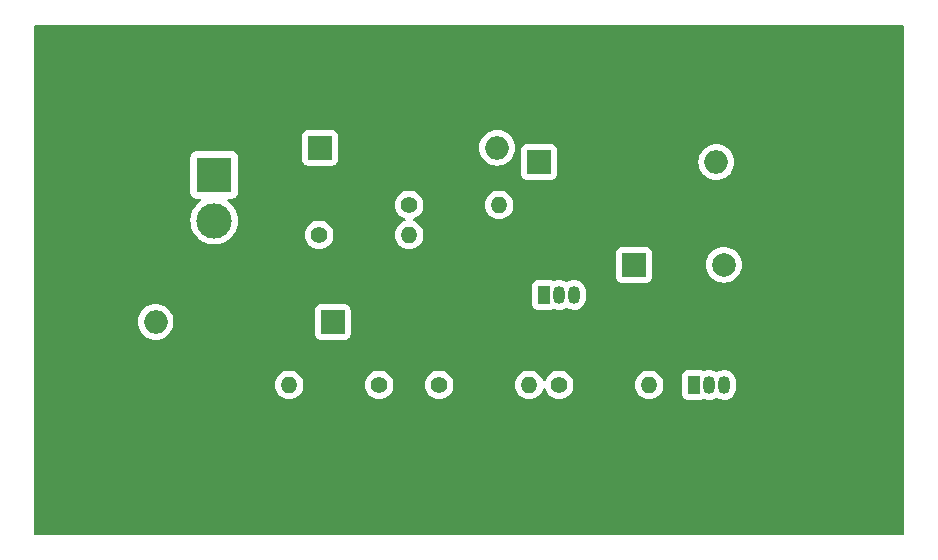
<source format=gbr>
%TF.GenerationSoftware,KiCad,Pcbnew,(6.0.4)*%
%TF.CreationDate,2022-06-15T15:41:16+05:30*%
%TF.ProjectId,subiksha batch,73756269-6b73-4686-9120-62617463682e,rev?*%
%TF.SameCoordinates,Original*%
%TF.FileFunction,Copper,L2,Bot*%
%TF.FilePolarity,Positive*%
%FSLAX46Y46*%
G04 Gerber Fmt 4.6, Leading zero omitted, Abs format (unit mm)*
G04 Created by KiCad (PCBNEW (6.0.4)) date 2022-06-15 15:41:16*
%MOMM*%
%LPD*%
G01*
G04 APERTURE LIST*
%TA.AperFunction,ComponentPad*%
%ADD10R,1.050000X1.500000*%
%TD*%
%TA.AperFunction,ComponentPad*%
%ADD11O,1.050000X1.500000*%
%TD*%
%TA.AperFunction,ComponentPad*%
%ADD12C,1.400000*%
%TD*%
%TA.AperFunction,ComponentPad*%
%ADD13O,1.400000X1.400000*%
%TD*%
%TA.AperFunction,ComponentPad*%
%ADD14R,2.000000X2.000000*%
%TD*%
%TA.AperFunction,ComponentPad*%
%ADD15C,2.000000*%
%TD*%
%TA.AperFunction,ComponentPad*%
%ADD16R,3.000000X3.000000*%
%TD*%
%TA.AperFunction,ComponentPad*%
%ADD17C,3.000000*%
%TD*%
%TA.AperFunction,ComponentPad*%
%ADD18O,2.000000X2.000000*%
%TD*%
G04 APERTURE END LIST*
D10*
%TO.P,Q2,1,C*%
%TO.N,Net-(BZ1-Pad2)*%
X170180000Y-101600000D03*
D11*
%TO.P,Q2,2,B*%
%TO.N,Net-(R5-Pad2)*%
X171450000Y-101600000D03*
%TO.P,Q2,3,E*%
%TO.N,GND*%
X172720000Y-101600000D03*
%TD*%
D12*
%TO.P,R3,1*%
%TO.N,Net-(R3-Pad1)*%
X143510000Y-101600000D03*
D13*
%TO.P,R3,2*%
%TO.N,Net-(R3-Pad2)*%
X135890000Y-101600000D03*
%TD*%
D12*
%TO.P,R4,1*%
%TO.N,Net-(J1-Pad2)*%
X138430000Y-88900000D03*
D13*
%TO.P,R4,2*%
%TO.N,GND*%
X146050000Y-88900000D03*
%TD*%
D14*
%TO.P,BZ1,1,-*%
%TO.N,VCC*%
X165100000Y-91440000D03*
D15*
%TO.P,BZ1,2,+*%
%TO.N,Net-(BZ1-Pad2)*%
X172700000Y-91440000D03*
%TD*%
D16*
%TO.P,J1,1,Pin_1*%
%TO.N,Net-(R2-Pad1)*%
X129540000Y-83820000D03*
D17*
%TO.P,J1,2,Pin_2*%
%TO.N,Net-(J1-Pad2)*%
X129540000Y-87700000D03*
%TD*%
D12*
%TO.P,R2,1*%
%TO.N,Net-(R2-Pad1)*%
X146050000Y-86360000D03*
D13*
%TO.P,R2,2*%
%TO.N,Net-(Q1-Pad2)*%
X153670000Y-86360000D03*
%TD*%
D14*
%TO.P,C3,1*%
%TO.N,Net-(R3-Pad2)*%
X139580000Y-96277500D03*
D18*
%TO.P,C3,2*%
%TO.N,GND*%
X124580000Y-96277500D03*
%TD*%
D12*
%TO.P,R1,1*%
%TO.N,VCC*%
X158750000Y-101600000D03*
D13*
%TO.P,R1,2*%
%TO.N,Net-(Q1-Pad2)*%
X166370000Y-101600000D03*
%TD*%
D12*
%TO.P,R5,1*%
%TO.N,Net-(R3-Pad1)*%
X148590000Y-101600000D03*
D13*
%TO.P,R5,2*%
%TO.N,Net-(R5-Pad2)*%
X156210000Y-101600000D03*
%TD*%
D10*
%TO.P,Q1,1,C*%
%TO.N,VCC*%
X157480000Y-93980000D03*
D11*
%TO.P,Q1,2,B*%
%TO.N,Net-(Q1-Pad2)*%
X158750000Y-93980000D03*
%TO.P,Q1,3,E*%
%TO.N,Net-(Q1-Pad3)*%
X160020000Y-93980000D03*
%TD*%
D14*
%TO.P,C2,1*%
%TO.N,Net-(C2-Pad1)*%
X157050000Y-82735000D03*
D18*
%TO.P,C2,2*%
%TO.N,GND*%
X172050000Y-82735000D03*
%TD*%
D14*
%TO.P,C1,1*%
%TO.N,Net-(R2-Pad1)*%
X138500000Y-81522500D03*
D18*
%TO.P,C1,2*%
%TO.N,GND*%
X153500000Y-81522500D03*
%TD*%
%TA.AperFunction,NonConductor*%
G36*
X187902121Y-71140002D02*
G01*
X187948614Y-71193658D01*
X187960000Y-71246000D01*
X187960000Y-114174000D01*
X187939998Y-114242121D01*
X187886342Y-114288614D01*
X187834000Y-114300000D01*
X114426000Y-114300000D01*
X114357879Y-114279998D01*
X114311386Y-114226342D01*
X114300000Y-114174000D01*
X114300000Y-101600000D01*
X134676884Y-101600000D01*
X134695314Y-101810655D01*
X134696738Y-101815968D01*
X134696738Y-101815970D01*
X134715686Y-101886683D01*
X134750044Y-102014910D01*
X134752366Y-102019891D01*
X134752367Y-102019892D01*
X134759317Y-102034795D01*
X134839411Y-102206558D01*
X134960699Y-102379776D01*
X135110224Y-102529301D01*
X135283442Y-102650589D01*
X135288420Y-102652910D01*
X135288423Y-102652912D01*
X135417842Y-102713261D01*
X135475090Y-102739956D01*
X135480398Y-102741378D01*
X135480400Y-102741379D01*
X135674030Y-102793262D01*
X135674032Y-102793262D01*
X135679345Y-102794686D01*
X135890000Y-102813116D01*
X136100655Y-102794686D01*
X136105968Y-102793262D01*
X136105970Y-102793262D01*
X136299600Y-102741379D01*
X136299602Y-102741378D01*
X136304910Y-102739956D01*
X136362158Y-102713261D01*
X136491577Y-102652912D01*
X136491580Y-102652910D01*
X136496558Y-102650589D01*
X136669776Y-102529301D01*
X136819301Y-102379776D01*
X136940589Y-102206558D01*
X137020684Y-102034795D01*
X137027633Y-102019892D01*
X137027634Y-102019891D01*
X137029956Y-102014910D01*
X137064315Y-101886683D01*
X137083262Y-101815970D01*
X137083262Y-101815968D01*
X137084686Y-101810655D01*
X137103116Y-101600000D01*
X142296884Y-101600000D01*
X142315314Y-101810655D01*
X142316738Y-101815968D01*
X142316738Y-101815970D01*
X142335686Y-101886683D01*
X142370044Y-102014910D01*
X142372366Y-102019891D01*
X142372367Y-102019892D01*
X142379317Y-102034795D01*
X142459411Y-102206558D01*
X142580699Y-102379776D01*
X142730224Y-102529301D01*
X142903442Y-102650589D01*
X142908420Y-102652910D01*
X142908423Y-102652912D01*
X143037842Y-102713261D01*
X143095090Y-102739956D01*
X143100398Y-102741378D01*
X143100400Y-102741379D01*
X143294030Y-102793262D01*
X143294032Y-102793262D01*
X143299345Y-102794686D01*
X143510000Y-102813116D01*
X143720655Y-102794686D01*
X143725968Y-102793262D01*
X143725970Y-102793262D01*
X143919600Y-102741379D01*
X143919602Y-102741378D01*
X143924910Y-102739956D01*
X143982158Y-102713261D01*
X144111577Y-102652912D01*
X144111580Y-102652910D01*
X144116558Y-102650589D01*
X144289776Y-102529301D01*
X144439301Y-102379776D01*
X144560589Y-102206558D01*
X144640684Y-102034795D01*
X144647633Y-102019892D01*
X144647634Y-102019891D01*
X144649956Y-102014910D01*
X144684315Y-101886683D01*
X144703262Y-101815970D01*
X144703262Y-101815968D01*
X144704686Y-101810655D01*
X144723116Y-101600000D01*
X147376884Y-101600000D01*
X147395314Y-101810655D01*
X147396738Y-101815968D01*
X147396738Y-101815970D01*
X147415686Y-101886683D01*
X147450044Y-102014910D01*
X147452366Y-102019891D01*
X147452367Y-102019892D01*
X147459317Y-102034795D01*
X147539411Y-102206558D01*
X147660699Y-102379776D01*
X147810224Y-102529301D01*
X147983442Y-102650589D01*
X147988420Y-102652910D01*
X147988423Y-102652912D01*
X148117842Y-102713261D01*
X148175090Y-102739956D01*
X148180398Y-102741378D01*
X148180400Y-102741379D01*
X148374030Y-102793262D01*
X148374032Y-102793262D01*
X148379345Y-102794686D01*
X148590000Y-102813116D01*
X148800655Y-102794686D01*
X148805968Y-102793262D01*
X148805970Y-102793262D01*
X148999600Y-102741379D01*
X148999602Y-102741378D01*
X149004910Y-102739956D01*
X149062158Y-102713261D01*
X149191577Y-102652912D01*
X149191580Y-102652910D01*
X149196558Y-102650589D01*
X149369776Y-102529301D01*
X149519301Y-102379776D01*
X149640589Y-102206558D01*
X149720684Y-102034795D01*
X149727633Y-102019892D01*
X149727634Y-102019891D01*
X149729956Y-102014910D01*
X149764315Y-101886683D01*
X149783262Y-101815970D01*
X149783262Y-101815968D01*
X149784686Y-101810655D01*
X149803116Y-101600000D01*
X154996884Y-101600000D01*
X155015314Y-101810655D01*
X155016738Y-101815968D01*
X155016738Y-101815970D01*
X155035686Y-101886683D01*
X155070044Y-102014910D01*
X155072366Y-102019891D01*
X155072367Y-102019892D01*
X155079317Y-102034795D01*
X155159411Y-102206558D01*
X155280699Y-102379776D01*
X155430224Y-102529301D01*
X155603442Y-102650589D01*
X155608420Y-102652910D01*
X155608423Y-102652912D01*
X155737842Y-102713261D01*
X155795090Y-102739956D01*
X155800398Y-102741378D01*
X155800400Y-102741379D01*
X155994030Y-102793262D01*
X155994032Y-102793262D01*
X155999345Y-102794686D01*
X156210000Y-102813116D01*
X156420655Y-102794686D01*
X156425968Y-102793262D01*
X156425970Y-102793262D01*
X156619600Y-102741379D01*
X156619602Y-102741378D01*
X156624910Y-102739956D01*
X156682158Y-102713261D01*
X156811577Y-102652912D01*
X156811580Y-102652910D01*
X156816558Y-102650589D01*
X156989776Y-102529301D01*
X157139301Y-102379776D01*
X157260589Y-102206558D01*
X157340684Y-102034795D01*
X157347633Y-102019892D01*
X157347634Y-102019891D01*
X157349956Y-102014910D01*
X157358293Y-101983796D01*
X157395245Y-101923173D01*
X157459106Y-101892152D01*
X157529600Y-101900580D01*
X157584347Y-101945783D01*
X157601707Y-101983796D01*
X157610044Y-102014910D01*
X157612366Y-102019891D01*
X157612367Y-102019892D01*
X157619317Y-102034795D01*
X157699411Y-102206558D01*
X157820699Y-102379776D01*
X157970224Y-102529301D01*
X158143442Y-102650589D01*
X158148420Y-102652910D01*
X158148423Y-102652912D01*
X158277842Y-102713261D01*
X158335090Y-102739956D01*
X158340398Y-102741378D01*
X158340400Y-102741379D01*
X158534030Y-102793262D01*
X158534032Y-102793262D01*
X158539345Y-102794686D01*
X158750000Y-102813116D01*
X158960655Y-102794686D01*
X158965968Y-102793262D01*
X158965970Y-102793262D01*
X159159600Y-102741379D01*
X159159602Y-102741378D01*
X159164910Y-102739956D01*
X159222158Y-102713261D01*
X159351577Y-102652912D01*
X159351580Y-102652910D01*
X159356558Y-102650589D01*
X159529776Y-102529301D01*
X159679301Y-102379776D01*
X159800589Y-102206558D01*
X159880684Y-102034795D01*
X159887633Y-102019892D01*
X159887634Y-102019891D01*
X159889956Y-102014910D01*
X159924315Y-101886683D01*
X159943262Y-101815970D01*
X159943262Y-101815968D01*
X159944686Y-101810655D01*
X159963116Y-101600000D01*
X165156884Y-101600000D01*
X165175314Y-101810655D01*
X165176738Y-101815968D01*
X165176738Y-101815970D01*
X165195686Y-101886683D01*
X165230044Y-102014910D01*
X165232366Y-102019891D01*
X165232367Y-102019892D01*
X165239317Y-102034795D01*
X165319411Y-102206558D01*
X165440699Y-102379776D01*
X165590224Y-102529301D01*
X165763442Y-102650589D01*
X165768420Y-102652910D01*
X165768423Y-102652912D01*
X165897842Y-102713261D01*
X165955090Y-102739956D01*
X165960398Y-102741378D01*
X165960400Y-102741379D01*
X166154030Y-102793262D01*
X166154032Y-102793262D01*
X166159345Y-102794686D01*
X166370000Y-102813116D01*
X166580655Y-102794686D01*
X166585968Y-102793262D01*
X166585970Y-102793262D01*
X166779600Y-102741379D01*
X166779602Y-102741378D01*
X166784910Y-102739956D01*
X166842158Y-102713261D01*
X166971577Y-102652912D01*
X166971580Y-102652910D01*
X166976558Y-102650589D01*
X167149776Y-102529301D01*
X167280943Y-102398134D01*
X169146500Y-102398134D01*
X169153255Y-102460316D01*
X169204385Y-102596705D01*
X169291739Y-102713261D01*
X169408295Y-102800615D01*
X169544684Y-102851745D01*
X169606866Y-102858500D01*
X170753134Y-102858500D01*
X170815316Y-102851745D01*
X170856623Y-102836260D01*
X170943296Y-102803768D01*
X170943299Y-102803766D01*
X170951705Y-102800615D01*
X170958894Y-102795227D01*
X170959137Y-102795094D01*
X171028494Y-102779924D01*
X171056907Y-102785248D01*
X171241180Y-102842290D01*
X171247305Y-102842934D01*
X171247306Y-102842934D01*
X171436622Y-102862832D01*
X171436623Y-102862832D01*
X171442750Y-102863476D01*
X171526014Y-102855898D01*
X171638457Y-102845665D01*
X171638460Y-102845664D01*
X171644596Y-102845106D01*
X171650502Y-102843368D01*
X171650506Y-102843367D01*
X171814521Y-102795094D01*
X171839029Y-102787881D01*
X171844486Y-102785028D01*
X171844489Y-102785027D01*
X171981765Y-102713261D01*
X172018460Y-102694077D01*
X172018462Y-102694077D01*
X172018645Y-102693981D01*
X172018663Y-102694016D01*
X172084441Y-102674111D01*
X172145409Y-102689271D01*
X172317565Y-102782356D01*
X172386733Y-102803767D01*
X172505293Y-102840468D01*
X172505296Y-102840469D01*
X172511180Y-102842290D01*
X172517305Y-102842934D01*
X172517306Y-102842934D01*
X172706622Y-102862832D01*
X172706623Y-102862832D01*
X172712750Y-102863476D01*
X172796014Y-102855898D01*
X172908457Y-102845665D01*
X172908460Y-102845664D01*
X172914596Y-102845106D01*
X172920502Y-102843368D01*
X172920506Y-102843367D01*
X173084521Y-102795094D01*
X173109029Y-102787881D01*
X173114486Y-102785028D01*
X173114489Y-102785027D01*
X173251765Y-102713261D01*
X173288645Y-102693981D01*
X173446601Y-102566981D01*
X173576881Y-102411719D01*
X173579845Y-102406327D01*
X173579848Y-102406323D01*
X173671556Y-102239506D01*
X173674523Y-102234109D01*
X173735807Y-102040916D01*
X173738166Y-102019892D01*
X173749014Y-101923173D01*
X173753500Y-101883183D01*
X173753500Y-101323996D01*
X173738723Y-101173287D01*
X173680142Y-100979258D01*
X173584990Y-100800302D01*
X173456890Y-100643237D01*
X173418772Y-100611703D01*
X173305472Y-100517973D01*
X173305469Y-100517971D01*
X173300722Y-100514044D01*
X173122435Y-100417644D01*
X173023066Y-100386884D01*
X172934707Y-100359532D01*
X172934704Y-100359531D01*
X172928820Y-100357710D01*
X172922695Y-100357066D01*
X172922694Y-100357066D01*
X172733378Y-100337168D01*
X172733377Y-100337168D01*
X172727250Y-100336524D01*
X172643986Y-100344102D01*
X172531543Y-100354335D01*
X172531540Y-100354336D01*
X172525404Y-100354894D01*
X172519498Y-100356632D01*
X172519494Y-100356633D01*
X172415084Y-100387363D01*
X172330971Y-100412119D01*
X172325514Y-100414972D01*
X172325511Y-100414973D01*
X172242020Y-100458621D01*
X172151540Y-100505923D01*
X172151538Y-100505923D01*
X172151355Y-100506019D01*
X172151337Y-100505984D01*
X172085559Y-100525889D01*
X172024591Y-100510729D01*
X172015815Y-100505984D01*
X171852435Y-100417644D01*
X171753066Y-100386884D01*
X171664707Y-100359532D01*
X171664704Y-100359531D01*
X171658820Y-100357710D01*
X171652695Y-100357066D01*
X171652694Y-100357066D01*
X171463378Y-100337168D01*
X171463377Y-100337168D01*
X171457250Y-100336524D01*
X171373986Y-100344102D01*
X171261543Y-100354335D01*
X171261540Y-100354336D01*
X171255404Y-100354894D01*
X171249498Y-100356632D01*
X171249494Y-100356633D01*
X171066879Y-100410380D01*
X171066877Y-100410381D01*
X171065493Y-100410788D01*
X171060971Y-100412119D01*
X171060718Y-100411260D01*
X170995338Y-100417714D01*
X170958594Y-100404548D01*
X170951705Y-100399385D01*
X170943304Y-100396236D01*
X170943301Y-100396234D01*
X170831534Y-100354335D01*
X170815316Y-100348255D01*
X170753134Y-100341500D01*
X169606866Y-100341500D01*
X169544684Y-100348255D01*
X169408295Y-100399385D01*
X169291739Y-100486739D01*
X169204385Y-100603295D01*
X169153255Y-100739684D01*
X169146500Y-100801866D01*
X169146500Y-102398134D01*
X167280943Y-102398134D01*
X167299301Y-102379776D01*
X167420589Y-102206558D01*
X167500684Y-102034795D01*
X167507633Y-102019892D01*
X167507634Y-102019891D01*
X167509956Y-102014910D01*
X167544315Y-101886683D01*
X167563262Y-101815970D01*
X167563262Y-101815968D01*
X167564686Y-101810655D01*
X167583116Y-101600000D01*
X167564686Y-101389345D01*
X167509956Y-101185090D01*
X167420589Y-100993442D01*
X167299301Y-100820224D01*
X167149776Y-100670699D01*
X166976558Y-100549411D01*
X166971580Y-100547090D01*
X166971577Y-100547088D01*
X166789892Y-100462367D01*
X166789891Y-100462366D01*
X166784910Y-100460044D01*
X166779602Y-100458622D01*
X166779600Y-100458621D01*
X166585970Y-100406738D01*
X166585968Y-100406738D01*
X166580655Y-100405314D01*
X166370000Y-100386884D01*
X166159345Y-100405314D01*
X166154032Y-100406738D01*
X166154030Y-100406738D01*
X165960400Y-100458621D01*
X165960398Y-100458622D01*
X165955090Y-100460044D01*
X165950109Y-100462366D01*
X165950108Y-100462367D01*
X165768423Y-100547088D01*
X165768420Y-100547090D01*
X165763442Y-100549411D01*
X165590224Y-100670699D01*
X165440699Y-100820224D01*
X165319411Y-100993442D01*
X165230044Y-101185090D01*
X165175314Y-101389345D01*
X165156884Y-101600000D01*
X159963116Y-101600000D01*
X159944686Y-101389345D01*
X159889956Y-101185090D01*
X159800589Y-100993442D01*
X159679301Y-100820224D01*
X159529776Y-100670699D01*
X159356558Y-100549411D01*
X159351580Y-100547090D01*
X159351577Y-100547088D01*
X159169892Y-100462367D01*
X159169891Y-100462366D01*
X159164910Y-100460044D01*
X159159602Y-100458622D01*
X159159600Y-100458621D01*
X158965970Y-100406738D01*
X158965968Y-100406738D01*
X158960655Y-100405314D01*
X158750000Y-100386884D01*
X158539345Y-100405314D01*
X158534032Y-100406738D01*
X158534030Y-100406738D01*
X158340400Y-100458621D01*
X158340398Y-100458622D01*
X158335090Y-100460044D01*
X158330109Y-100462366D01*
X158330108Y-100462367D01*
X158148423Y-100547088D01*
X158148420Y-100547090D01*
X158143442Y-100549411D01*
X157970224Y-100670699D01*
X157820699Y-100820224D01*
X157699411Y-100993442D01*
X157610044Y-101185090D01*
X157608622Y-101190398D01*
X157608621Y-101190400D01*
X157601707Y-101216204D01*
X157564755Y-101276827D01*
X157500894Y-101307848D01*
X157430400Y-101299420D01*
X157375653Y-101254217D01*
X157358293Y-101216204D01*
X157351379Y-101190400D01*
X157351378Y-101190398D01*
X157349956Y-101185090D01*
X157260589Y-100993442D01*
X157139301Y-100820224D01*
X156989776Y-100670699D01*
X156816558Y-100549411D01*
X156811580Y-100547090D01*
X156811577Y-100547088D01*
X156629892Y-100462367D01*
X156629891Y-100462366D01*
X156624910Y-100460044D01*
X156619602Y-100458622D01*
X156619600Y-100458621D01*
X156425970Y-100406738D01*
X156425968Y-100406738D01*
X156420655Y-100405314D01*
X156210000Y-100386884D01*
X155999345Y-100405314D01*
X155994032Y-100406738D01*
X155994030Y-100406738D01*
X155800400Y-100458621D01*
X155800398Y-100458622D01*
X155795090Y-100460044D01*
X155790109Y-100462366D01*
X155790108Y-100462367D01*
X155608423Y-100547088D01*
X155608420Y-100547090D01*
X155603442Y-100549411D01*
X155430224Y-100670699D01*
X155280699Y-100820224D01*
X155159411Y-100993442D01*
X155070044Y-101185090D01*
X155015314Y-101389345D01*
X154996884Y-101600000D01*
X149803116Y-101600000D01*
X149784686Y-101389345D01*
X149729956Y-101185090D01*
X149640589Y-100993442D01*
X149519301Y-100820224D01*
X149369776Y-100670699D01*
X149196558Y-100549411D01*
X149191580Y-100547090D01*
X149191577Y-100547088D01*
X149009892Y-100462367D01*
X149009891Y-100462366D01*
X149004910Y-100460044D01*
X148999602Y-100458622D01*
X148999600Y-100458621D01*
X148805970Y-100406738D01*
X148805968Y-100406738D01*
X148800655Y-100405314D01*
X148590000Y-100386884D01*
X148379345Y-100405314D01*
X148374032Y-100406738D01*
X148374030Y-100406738D01*
X148180400Y-100458621D01*
X148180398Y-100458622D01*
X148175090Y-100460044D01*
X148170109Y-100462366D01*
X148170108Y-100462367D01*
X147988423Y-100547088D01*
X147988420Y-100547090D01*
X147983442Y-100549411D01*
X147810224Y-100670699D01*
X147660699Y-100820224D01*
X147539411Y-100993442D01*
X147450044Y-101185090D01*
X147395314Y-101389345D01*
X147376884Y-101600000D01*
X144723116Y-101600000D01*
X144704686Y-101389345D01*
X144649956Y-101185090D01*
X144560589Y-100993442D01*
X144439301Y-100820224D01*
X144289776Y-100670699D01*
X144116558Y-100549411D01*
X144111580Y-100547090D01*
X144111577Y-100547088D01*
X143929892Y-100462367D01*
X143929891Y-100462366D01*
X143924910Y-100460044D01*
X143919602Y-100458622D01*
X143919600Y-100458621D01*
X143725970Y-100406738D01*
X143725968Y-100406738D01*
X143720655Y-100405314D01*
X143510000Y-100386884D01*
X143299345Y-100405314D01*
X143294032Y-100406738D01*
X143294030Y-100406738D01*
X143100400Y-100458621D01*
X143100398Y-100458622D01*
X143095090Y-100460044D01*
X143090109Y-100462366D01*
X143090108Y-100462367D01*
X142908423Y-100547088D01*
X142908420Y-100547090D01*
X142903442Y-100549411D01*
X142730224Y-100670699D01*
X142580699Y-100820224D01*
X142459411Y-100993442D01*
X142370044Y-101185090D01*
X142315314Y-101389345D01*
X142296884Y-101600000D01*
X137103116Y-101600000D01*
X137084686Y-101389345D01*
X137029956Y-101185090D01*
X136940589Y-100993442D01*
X136819301Y-100820224D01*
X136669776Y-100670699D01*
X136496558Y-100549411D01*
X136491580Y-100547090D01*
X136491577Y-100547088D01*
X136309892Y-100462367D01*
X136309891Y-100462366D01*
X136304910Y-100460044D01*
X136299602Y-100458622D01*
X136299600Y-100458621D01*
X136105970Y-100406738D01*
X136105968Y-100406738D01*
X136100655Y-100405314D01*
X135890000Y-100386884D01*
X135679345Y-100405314D01*
X135674032Y-100406738D01*
X135674030Y-100406738D01*
X135480400Y-100458621D01*
X135480398Y-100458622D01*
X135475090Y-100460044D01*
X135470109Y-100462366D01*
X135470108Y-100462367D01*
X135288423Y-100547088D01*
X135288420Y-100547090D01*
X135283442Y-100549411D01*
X135110224Y-100670699D01*
X134960699Y-100820224D01*
X134839411Y-100993442D01*
X134750044Y-101185090D01*
X134695314Y-101389345D01*
X134676884Y-101600000D01*
X114300000Y-101600000D01*
X114300000Y-96277500D01*
X123066835Y-96277500D01*
X123085465Y-96514211D01*
X123140895Y-96745094D01*
X123231760Y-96964463D01*
X123234346Y-96968683D01*
X123353241Y-97162702D01*
X123353245Y-97162708D01*
X123355824Y-97166916D01*
X123510031Y-97347469D01*
X123690584Y-97501676D01*
X123694792Y-97504255D01*
X123694798Y-97504259D01*
X123888817Y-97623154D01*
X123893037Y-97625740D01*
X123897607Y-97627633D01*
X123897611Y-97627635D01*
X124107833Y-97714711D01*
X124112406Y-97716605D01*
X124160349Y-97728115D01*
X124338476Y-97770880D01*
X124338482Y-97770881D01*
X124343289Y-97772035D01*
X124580000Y-97790665D01*
X124816711Y-97772035D01*
X124821518Y-97770881D01*
X124821524Y-97770880D01*
X124999651Y-97728115D01*
X125047594Y-97716605D01*
X125052167Y-97714711D01*
X125262389Y-97627635D01*
X125262393Y-97627633D01*
X125266963Y-97625740D01*
X125271183Y-97623154D01*
X125465202Y-97504259D01*
X125465208Y-97504255D01*
X125469416Y-97501676D01*
X125649969Y-97347469D01*
X125668618Y-97325634D01*
X138071500Y-97325634D01*
X138078255Y-97387816D01*
X138129385Y-97524205D01*
X138216739Y-97640761D01*
X138333295Y-97728115D01*
X138469684Y-97779245D01*
X138531866Y-97786000D01*
X140628134Y-97786000D01*
X140690316Y-97779245D01*
X140826705Y-97728115D01*
X140943261Y-97640761D01*
X141030615Y-97524205D01*
X141081745Y-97387816D01*
X141088500Y-97325634D01*
X141088500Y-95229366D01*
X141081745Y-95167184D01*
X141030615Y-95030795D01*
X140943261Y-94914239D01*
X140826705Y-94826885D01*
X140696662Y-94778134D01*
X156446500Y-94778134D01*
X156453255Y-94840316D01*
X156504385Y-94976705D01*
X156591739Y-95093261D01*
X156708295Y-95180615D01*
X156844684Y-95231745D01*
X156906866Y-95238500D01*
X158053134Y-95238500D01*
X158115316Y-95231745D01*
X158179907Y-95207531D01*
X158243296Y-95183768D01*
X158243299Y-95183766D01*
X158251705Y-95180615D01*
X158258894Y-95175227D01*
X158259137Y-95175094D01*
X158328494Y-95159924D01*
X158356907Y-95165248D01*
X158541180Y-95222290D01*
X158547305Y-95222934D01*
X158547306Y-95222934D01*
X158736622Y-95242832D01*
X158736623Y-95242832D01*
X158742750Y-95243476D01*
X158826014Y-95235898D01*
X158938457Y-95225665D01*
X158938460Y-95225664D01*
X158944596Y-95225106D01*
X158950502Y-95223368D01*
X158950506Y-95223367D01*
X159133120Y-95169620D01*
X159133119Y-95169620D01*
X159139029Y-95167881D01*
X159144486Y-95165028D01*
X159144489Y-95165027D01*
X159281765Y-95093261D01*
X159318460Y-95074077D01*
X159318462Y-95074077D01*
X159318645Y-95073981D01*
X159318663Y-95074016D01*
X159384441Y-95054111D01*
X159445409Y-95069271D01*
X159617565Y-95162356D01*
X159686733Y-95183767D01*
X159805293Y-95220468D01*
X159805296Y-95220469D01*
X159811180Y-95222290D01*
X159817305Y-95222934D01*
X159817306Y-95222934D01*
X160006622Y-95242832D01*
X160006623Y-95242832D01*
X160012750Y-95243476D01*
X160096014Y-95235898D01*
X160208457Y-95225665D01*
X160208460Y-95225664D01*
X160214596Y-95225106D01*
X160220502Y-95223368D01*
X160220506Y-95223367D01*
X160403120Y-95169620D01*
X160403119Y-95169620D01*
X160409029Y-95167881D01*
X160414486Y-95165028D01*
X160414489Y-95165027D01*
X160551765Y-95093261D01*
X160588645Y-95073981D01*
X160610344Y-95056535D01*
X160632098Y-95039044D01*
X160746601Y-94946981D01*
X160876881Y-94791719D01*
X160879845Y-94786327D01*
X160879848Y-94786323D01*
X160971556Y-94619506D01*
X160974523Y-94614109D01*
X161035807Y-94420916D01*
X161053500Y-94263183D01*
X161053500Y-93703996D01*
X161038723Y-93553287D01*
X160980142Y-93359258D01*
X160884990Y-93180302D01*
X160756890Y-93023237D01*
X160718772Y-92991703D01*
X160605472Y-92897973D01*
X160605469Y-92897971D01*
X160600722Y-92894044D01*
X160422435Y-92797644D01*
X160325628Y-92767677D01*
X160234707Y-92739532D01*
X160234704Y-92739531D01*
X160228820Y-92737710D01*
X160222695Y-92737066D01*
X160222694Y-92737066D01*
X160033378Y-92717168D01*
X160033377Y-92717168D01*
X160027250Y-92716524D01*
X159943986Y-92724102D01*
X159831543Y-92734335D01*
X159831540Y-92734336D01*
X159825404Y-92734894D01*
X159819498Y-92736632D01*
X159819494Y-92736633D01*
X159684947Y-92776233D01*
X159630971Y-92792119D01*
X159625514Y-92794972D01*
X159625511Y-92794973D01*
X159541163Y-92839069D01*
X159451540Y-92885923D01*
X159451538Y-92885923D01*
X159451355Y-92886019D01*
X159451337Y-92885984D01*
X159385559Y-92905889D01*
X159324591Y-92890729D01*
X159315815Y-92885984D01*
X159152435Y-92797644D01*
X159055628Y-92767677D01*
X158964707Y-92739532D01*
X158964704Y-92739531D01*
X158958820Y-92737710D01*
X158952695Y-92737066D01*
X158952694Y-92737066D01*
X158763378Y-92717168D01*
X158763377Y-92717168D01*
X158757250Y-92716524D01*
X158673986Y-92724102D01*
X158561543Y-92734335D01*
X158561540Y-92734336D01*
X158555404Y-92734894D01*
X158549498Y-92736632D01*
X158549494Y-92736633D01*
X158366879Y-92790380D01*
X158366877Y-92790381D01*
X158365493Y-92790788D01*
X158360971Y-92792119D01*
X158360718Y-92791260D01*
X158295338Y-92797714D01*
X158258594Y-92784548D01*
X158251705Y-92779385D01*
X158243304Y-92776236D01*
X158243301Y-92776234D01*
X158131534Y-92734335D01*
X158115316Y-92728255D01*
X158053134Y-92721500D01*
X156906866Y-92721500D01*
X156844684Y-92728255D01*
X156708295Y-92779385D01*
X156591739Y-92866739D01*
X156504385Y-92983295D01*
X156453255Y-93119684D01*
X156446500Y-93181866D01*
X156446500Y-94778134D01*
X140696662Y-94778134D01*
X140690316Y-94775755D01*
X140628134Y-94769000D01*
X138531866Y-94769000D01*
X138469684Y-94775755D01*
X138333295Y-94826885D01*
X138216739Y-94914239D01*
X138129385Y-95030795D01*
X138078255Y-95167184D01*
X138071500Y-95229366D01*
X138071500Y-97325634D01*
X125668618Y-97325634D01*
X125804176Y-97166916D01*
X125806755Y-97162708D01*
X125806759Y-97162702D01*
X125925654Y-96968683D01*
X125928240Y-96964463D01*
X126019105Y-96745094D01*
X126074535Y-96514211D01*
X126093165Y-96277500D01*
X126074535Y-96040789D01*
X126019105Y-95809906D01*
X125928240Y-95590537D01*
X125925654Y-95586317D01*
X125806759Y-95392298D01*
X125806755Y-95392292D01*
X125804176Y-95388084D01*
X125665457Y-95225665D01*
X125653177Y-95211287D01*
X125649969Y-95207531D01*
X125469416Y-95053324D01*
X125465208Y-95050745D01*
X125465202Y-95050741D01*
X125271183Y-94931846D01*
X125266963Y-94929260D01*
X125262393Y-94927367D01*
X125262389Y-94927365D01*
X125052167Y-94840289D01*
X125052165Y-94840288D01*
X125047594Y-94838395D01*
X124967391Y-94819140D01*
X124821524Y-94784120D01*
X124821518Y-94784119D01*
X124816711Y-94782965D01*
X124580000Y-94764335D01*
X124343289Y-94782965D01*
X124338482Y-94784119D01*
X124338476Y-94784120D01*
X124192609Y-94819140D01*
X124112406Y-94838395D01*
X124107835Y-94840288D01*
X124107833Y-94840289D01*
X123897611Y-94927365D01*
X123897607Y-94927367D01*
X123893037Y-94929260D01*
X123888817Y-94931846D01*
X123694798Y-95050741D01*
X123694792Y-95050745D01*
X123690584Y-95053324D01*
X123510031Y-95207531D01*
X123506823Y-95211287D01*
X123494543Y-95225665D01*
X123355824Y-95388084D01*
X123353245Y-95392292D01*
X123353241Y-95392298D01*
X123234346Y-95586317D01*
X123231760Y-95590537D01*
X123140895Y-95809906D01*
X123085465Y-96040789D01*
X123066835Y-96277500D01*
X114300000Y-96277500D01*
X114300000Y-92488134D01*
X163591500Y-92488134D01*
X163598255Y-92550316D01*
X163649385Y-92686705D01*
X163736739Y-92803261D01*
X163853295Y-92890615D01*
X163989684Y-92941745D01*
X164051866Y-92948500D01*
X166148134Y-92948500D01*
X166210316Y-92941745D01*
X166346705Y-92890615D01*
X166463261Y-92803261D01*
X166550615Y-92686705D01*
X166601745Y-92550316D01*
X166608500Y-92488134D01*
X166608500Y-91440000D01*
X171186835Y-91440000D01*
X171205465Y-91676711D01*
X171260895Y-91907594D01*
X171351760Y-92126963D01*
X171354346Y-92131183D01*
X171473241Y-92325202D01*
X171473245Y-92325208D01*
X171475824Y-92329416D01*
X171630031Y-92509969D01*
X171810584Y-92664176D01*
X171814792Y-92666755D01*
X171814798Y-92666759D01*
X171928822Y-92736633D01*
X172013037Y-92788240D01*
X172017607Y-92790133D01*
X172017611Y-92790135D01*
X172227833Y-92877211D01*
X172232406Y-92879105D01*
X172280349Y-92890615D01*
X172458476Y-92933380D01*
X172458482Y-92933381D01*
X172463289Y-92934535D01*
X172700000Y-92953165D01*
X172936711Y-92934535D01*
X172941518Y-92933381D01*
X172941524Y-92933380D01*
X173119651Y-92890615D01*
X173167594Y-92879105D01*
X173172167Y-92877211D01*
X173382389Y-92790135D01*
X173382393Y-92790133D01*
X173386963Y-92788240D01*
X173471178Y-92736633D01*
X173585202Y-92666759D01*
X173585208Y-92666755D01*
X173589416Y-92664176D01*
X173769969Y-92509969D01*
X173924176Y-92329416D01*
X173926755Y-92325208D01*
X173926759Y-92325202D01*
X174045654Y-92131183D01*
X174048240Y-92126963D01*
X174139105Y-91907594D01*
X174194535Y-91676711D01*
X174213165Y-91440000D01*
X174194535Y-91203289D01*
X174139105Y-90972406D01*
X174048240Y-90753037D01*
X174045654Y-90748817D01*
X173926759Y-90554798D01*
X173926755Y-90554792D01*
X173924176Y-90550584D01*
X173769969Y-90370031D01*
X173589416Y-90215824D01*
X173585208Y-90213245D01*
X173585202Y-90213241D01*
X173391183Y-90094346D01*
X173386963Y-90091760D01*
X173382393Y-90089867D01*
X173382389Y-90089865D01*
X173172167Y-90002789D01*
X173172165Y-90002788D01*
X173167594Y-90000895D01*
X173087391Y-89981640D01*
X172941524Y-89946620D01*
X172941518Y-89946619D01*
X172936711Y-89945465D01*
X172700000Y-89926835D01*
X172463289Y-89945465D01*
X172458482Y-89946619D01*
X172458476Y-89946620D01*
X172312609Y-89981640D01*
X172232406Y-90000895D01*
X172227835Y-90002788D01*
X172227833Y-90002789D01*
X172017611Y-90089865D01*
X172017607Y-90089867D01*
X172013037Y-90091760D01*
X172008817Y-90094346D01*
X171814798Y-90213241D01*
X171814792Y-90213245D01*
X171810584Y-90215824D01*
X171630031Y-90370031D01*
X171475824Y-90550584D01*
X171473245Y-90554792D01*
X171473241Y-90554798D01*
X171354346Y-90748817D01*
X171351760Y-90753037D01*
X171260895Y-90972406D01*
X171205465Y-91203289D01*
X171186835Y-91440000D01*
X166608500Y-91440000D01*
X166608500Y-90391866D01*
X166601745Y-90329684D01*
X166550615Y-90193295D01*
X166463261Y-90076739D01*
X166346705Y-89989385D01*
X166210316Y-89938255D01*
X166148134Y-89931500D01*
X164051866Y-89931500D01*
X163989684Y-89938255D01*
X163853295Y-89989385D01*
X163736739Y-90076739D01*
X163649385Y-90193295D01*
X163598255Y-90329684D01*
X163591500Y-90391866D01*
X163591500Y-92488134D01*
X114300000Y-92488134D01*
X114300000Y-87678918D01*
X127526917Y-87678918D01*
X127542682Y-87952320D01*
X127543507Y-87956525D01*
X127543508Y-87956533D01*
X127554127Y-88010657D01*
X127595405Y-88221053D01*
X127596792Y-88225103D01*
X127596793Y-88225108D01*
X127682723Y-88476088D01*
X127684112Y-88480144D01*
X127686039Y-88483975D01*
X127789329Y-88689345D01*
X127807160Y-88724799D01*
X127809586Y-88728328D01*
X127809589Y-88728334D01*
X127923810Y-88894525D01*
X127962274Y-88950490D01*
X128146582Y-89153043D01*
X128356675Y-89328707D01*
X128360316Y-89330991D01*
X128585024Y-89471951D01*
X128585028Y-89471953D01*
X128588664Y-89474234D01*
X128670231Y-89511063D01*
X128834345Y-89585164D01*
X128834349Y-89585166D01*
X128838257Y-89586930D01*
X128842377Y-89588150D01*
X128842376Y-89588150D01*
X129096723Y-89663491D01*
X129096727Y-89663492D01*
X129100836Y-89664709D01*
X129105070Y-89665357D01*
X129105075Y-89665358D01*
X129367298Y-89705483D01*
X129367300Y-89705483D01*
X129371540Y-89706132D01*
X129510912Y-89708322D01*
X129641071Y-89710367D01*
X129641077Y-89710367D01*
X129645362Y-89710434D01*
X129917235Y-89677534D01*
X130182127Y-89608041D01*
X130186087Y-89606401D01*
X130186092Y-89606399D01*
X130308632Y-89555641D01*
X130435136Y-89503241D01*
X130671582Y-89365073D01*
X130887089Y-89196094D01*
X130928809Y-89153043D01*
X131074686Y-89002509D01*
X131077669Y-88999431D01*
X131080202Y-88995983D01*
X131080206Y-88995978D01*
X131150709Y-88900000D01*
X137216884Y-88900000D01*
X137235314Y-89110655D01*
X137236738Y-89115968D01*
X137236738Y-89115970D01*
X137258918Y-89198745D01*
X137290044Y-89314910D01*
X137292366Y-89319891D01*
X137292367Y-89319892D01*
X137365162Y-89476000D01*
X137379411Y-89506558D01*
X137500699Y-89679776D01*
X137650224Y-89829301D01*
X137823442Y-89950589D01*
X137828420Y-89952910D01*
X137828423Y-89952912D01*
X137931323Y-90000895D01*
X138015090Y-90039956D01*
X138020398Y-90041378D01*
X138020400Y-90041379D01*
X138214030Y-90093262D01*
X138214032Y-90093262D01*
X138219345Y-90094686D01*
X138430000Y-90113116D01*
X138640655Y-90094686D01*
X138645968Y-90093262D01*
X138645970Y-90093262D01*
X138839600Y-90041379D01*
X138839602Y-90041378D01*
X138844910Y-90039956D01*
X138928677Y-90000895D01*
X139031577Y-89952912D01*
X139031580Y-89952910D01*
X139036558Y-89950589D01*
X139209776Y-89829301D01*
X139359301Y-89679776D01*
X139480589Y-89506558D01*
X139494839Y-89476000D01*
X139567633Y-89319892D01*
X139567634Y-89319891D01*
X139569956Y-89314910D01*
X139601083Y-89198745D01*
X139623262Y-89115970D01*
X139623262Y-89115968D01*
X139624686Y-89110655D01*
X139643116Y-88900000D01*
X144836884Y-88900000D01*
X144855314Y-89110655D01*
X144856738Y-89115968D01*
X144856738Y-89115970D01*
X144878918Y-89198745D01*
X144910044Y-89314910D01*
X144912366Y-89319891D01*
X144912367Y-89319892D01*
X144985162Y-89476000D01*
X144999411Y-89506558D01*
X145120699Y-89679776D01*
X145270224Y-89829301D01*
X145443442Y-89950589D01*
X145448420Y-89952910D01*
X145448423Y-89952912D01*
X145551323Y-90000895D01*
X145635090Y-90039956D01*
X145640398Y-90041378D01*
X145640400Y-90041379D01*
X145834030Y-90093262D01*
X145834032Y-90093262D01*
X145839345Y-90094686D01*
X146050000Y-90113116D01*
X146260655Y-90094686D01*
X146265968Y-90093262D01*
X146265970Y-90093262D01*
X146459600Y-90041379D01*
X146459602Y-90041378D01*
X146464910Y-90039956D01*
X146548677Y-90000895D01*
X146651577Y-89952912D01*
X146651580Y-89952910D01*
X146656558Y-89950589D01*
X146829776Y-89829301D01*
X146979301Y-89679776D01*
X147100589Y-89506558D01*
X147114839Y-89476000D01*
X147187633Y-89319892D01*
X147187634Y-89319891D01*
X147189956Y-89314910D01*
X147221083Y-89198745D01*
X147243262Y-89115970D01*
X147243262Y-89115968D01*
X147244686Y-89110655D01*
X147263116Y-88900000D01*
X147244686Y-88689345D01*
X147243262Y-88684030D01*
X147191379Y-88490400D01*
X147191378Y-88490398D01*
X147189956Y-88485090D01*
X147100589Y-88293442D01*
X146979301Y-88120224D01*
X146829776Y-87970699D01*
X146656558Y-87849411D01*
X146651580Y-87847090D01*
X146651577Y-87847088D01*
X146469892Y-87762367D01*
X146469891Y-87762366D01*
X146464910Y-87760044D01*
X146459602Y-87758622D01*
X146459600Y-87758621D01*
X146433796Y-87751707D01*
X146373173Y-87714755D01*
X146342152Y-87650894D01*
X146350580Y-87580400D01*
X146395783Y-87525653D01*
X146433796Y-87508293D01*
X146459600Y-87501379D01*
X146459602Y-87501378D01*
X146464910Y-87499956D01*
X146621841Y-87426778D01*
X146651577Y-87412912D01*
X146651580Y-87412910D01*
X146656558Y-87410589D01*
X146829776Y-87289301D01*
X146979301Y-87139776D01*
X147100589Y-86966558D01*
X147129525Y-86904506D01*
X147187633Y-86779892D01*
X147187634Y-86779891D01*
X147189956Y-86774910D01*
X147225323Y-86642921D01*
X147243262Y-86575970D01*
X147243262Y-86575968D01*
X147244686Y-86570655D01*
X147263116Y-86360000D01*
X152456884Y-86360000D01*
X152475314Y-86570655D01*
X152476738Y-86575968D01*
X152476738Y-86575970D01*
X152494678Y-86642921D01*
X152530044Y-86774910D01*
X152532366Y-86779891D01*
X152532367Y-86779892D01*
X152590476Y-86904506D01*
X152619411Y-86966558D01*
X152740699Y-87139776D01*
X152890224Y-87289301D01*
X153063442Y-87410589D01*
X153068420Y-87412910D01*
X153068423Y-87412912D01*
X153098159Y-87426778D01*
X153255090Y-87499956D01*
X153260398Y-87501378D01*
X153260400Y-87501379D01*
X153454030Y-87553262D01*
X153454032Y-87553262D01*
X153459345Y-87554686D01*
X153670000Y-87573116D01*
X153880655Y-87554686D01*
X153885968Y-87553262D01*
X153885970Y-87553262D01*
X154079600Y-87501379D01*
X154079602Y-87501378D01*
X154084910Y-87499956D01*
X154241841Y-87426778D01*
X154271577Y-87412912D01*
X154271580Y-87412910D01*
X154276558Y-87410589D01*
X154449776Y-87289301D01*
X154599301Y-87139776D01*
X154720589Y-86966558D01*
X154749525Y-86904506D01*
X154807633Y-86779892D01*
X154807634Y-86779891D01*
X154809956Y-86774910D01*
X154845323Y-86642921D01*
X154863262Y-86575970D01*
X154863262Y-86575968D01*
X154864686Y-86570655D01*
X154883116Y-86360000D01*
X154864686Y-86149345D01*
X154841203Y-86061706D01*
X154811379Y-85950400D01*
X154811378Y-85950398D01*
X154809956Y-85945090D01*
X154791836Y-85906232D01*
X154722912Y-85758423D01*
X154722910Y-85758420D01*
X154720589Y-85753442D01*
X154599301Y-85580224D01*
X154449776Y-85430699D01*
X154276558Y-85309411D01*
X154271580Y-85307090D01*
X154271577Y-85307088D01*
X154089892Y-85222367D01*
X154089891Y-85222366D01*
X154084910Y-85220044D01*
X154079602Y-85218622D01*
X154079600Y-85218621D01*
X153885970Y-85166738D01*
X153885968Y-85166738D01*
X153880655Y-85165314D01*
X153670000Y-85146884D01*
X153459345Y-85165314D01*
X153454032Y-85166738D01*
X153454030Y-85166738D01*
X153260400Y-85218621D01*
X153260398Y-85218622D01*
X153255090Y-85220044D01*
X153250109Y-85222366D01*
X153250108Y-85222367D01*
X153068423Y-85307088D01*
X153068420Y-85307090D01*
X153063442Y-85309411D01*
X152890224Y-85430699D01*
X152740699Y-85580224D01*
X152619411Y-85753442D01*
X152617090Y-85758420D01*
X152617088Y-85758423D01*
X152548164Y-85906232D01*
X152530044Y-85945090D01*
X152528622Y-85950398D01*
X152528621Y-85950400D01*
X152498797Y-86061706D01*
X152475314Y-86149345D01*
X152456884Y-86360000D01*
X147263116Y-86360000D01*
X147244686Y-86149345D01*
X147221203Y-86061706D01*
X147191379Y-85950400D01*
X147191378Y-85950398D01*
X147189956Y-85945090D01*
X147171836Y-85906232D01*
X147102912Y-85758423D01*
X147102910Y-85758420D01*
X147100589Y-85753442D01*
X146979301Y-85580224D01*
X146829776Y-85430699D01*
X146656558Y-85309411D01*
X146651580Y-85307090D01*
X146651577Y-85307088D01*
X146469892Y-85222367D01*
X146469891Y-85222366D01*
X146464910Y-85220044D01*
X146459602Y-85218622D01*
X146459600Y-85218621D01*
X146265970Y-85166738D01*
X146265968Y-85166738D01*
X146260655Y-85165314D01*
X146050000Y-85146884D01*
X145839345Y-85165314D01*
X145834032Y-85166738D01*
X145834030Y-85166738D01*
X145640400Y-85218621D01*
X145640398Y-85218622D01*
X145635090Y-85220044D01*
X145630109Y-85222366D01*
X145630108Y-85222367D01*
X145448423Y-85307088D01*
X145448420Y-85307090D01*
X145443442Y-85309411D01*
X145270224Y-85430699D01*
X145120699Y-85580224D01*
X144999411Y-85753442D01*
X144997090Y-85758420D01*
X144997088Y-85758423D01*
X144928164Y-85906232D01*
X144910044Y-85945090D01*
X144908622Y-85950398D01*
X144908621Y-85950400D01*
X144878797Y-86061706D01*
X144855314Y-86149345D01*
X144836884Y-86360000D01*
X144855314Y-86570655D01*
X144856738Y-86575968D01*
X144856738Y-86575970D01*
X144874678Y-86642921D01*
X144910044Y-86774910D01*
X144912366Y-86779891D01*
X144912367Y-86779892D01*
X144970476Y-86904506D01*
X144999411Y-86966558D01*
X145120699Y-87139776D01*
X145270224Y-87289301D01*
X145443442Y-87410589D01*
X145448420Y-87412910D01*
X145448423Y-87412912D01*
X145478159Y-87426778D01*
X145635090Y-87499956D01*
X145640398Y-87501378D01*
X145640400Y-87501379D01*
X145666204Y-87508293D01*
X145726827Y-87545245D01*
X145757848Y-87609106D01*
X145749420Y-87679600D01*
X145704217Y-87734347D01*
X145666204Y-87751707D01*
X145640400Y-87758621D01*
X145640398Y-87758622D01*
X145635090Y-87760044D01*
X145630109Y-87762366D01*
X145630108Y-87762367D01*
X145448423Y-87847088D01*
X145448420Y-87847090D01*
X145443442Y-87849411D01*
X145270224Y-87970699D01*
X145120699Y-88120224D01*
X144999411Y-88293442D01*
X144910044Y-88485090D01*
X144908622Y-88490398D01*
X144908621Y-88490400D01*
X144856738Y-88684030D01*
X144855314Y-88689345D01*
X144836884Y-88900000D01*
X139643116Y-88900000D01*
X139624686Y-88689345D01*
X139623262Y-88684030D01*
X139571379Y-88490400D01*
X139571378Y-88490398D01*
X139569956Y-88485090D01*
X139480589Y-88293442D01*
X139359301Y-88120224D01*
X139209776Y-87970699D01*
X139036558Y-87849411D01*
X139031580Y-87847090D01*
X139031577Y-87847088D01*
X138849892Y-87762367D01*
X138849891Y-87762366D01*
X138844910Y-87760044D01*
X138839602Y-87758622D01*
X138839600Y-87758621D01*
X138645970Y-87706738D01*
X138645968Y-87706738D01*
X138640655Y-87705314D01*
X138430000Y-87686884D01*
X138219345Y-87705314D01*
X138214032Y-87706738D01*
X138214030Y-87706738D01*
X138020400Y-87758621D01*
X138020398Y-87758622D01*
X138015090Y-87760044D01*
X138010109Y-87762366D01*
X138010108Y-87762367D01*
X137828423Y-87847088D01*
X137828420Y-87847090D01*
X137823442Y-87849411D01*
X137650224Y-87970699D01*
X137500699Y-88120224D01*
X137379411Y-88293442D01*
X137290044Y-88485090D01*
X137288622Y-88490398D01*
X137288621Y-88490400D01*
X137236738Y-88684030D01*
X137235314Y-88689345D01*
X137216884Y-88900000D01*
X131150709Y-88900000D01*
X131237257Y-88782178D01*
X131239795Y-88778723D01*
X131267154Y-88728334D01*
X131368418Y-88541830D01*
X131368419Y-88541828D01*
X131370468Y-88538054D01*
X131462899Y-88293442D01*
X131465751Y-88285895D01*
X131465752Y-88285891D01*
X131467269Y-88281877D01*
X131528407Y-88014933D01*
X131552751Y-87742161D01*
X131553193Y-87700000D01*
X131551465Y-87674648D01*
X131534859Y-87431055D01*
X131534858Y-87431049D01*
X131534567Y-87426778D01*
X131531696Y-87412912D01*
X131479901Y-87162809D01*
X131479032Y-87158612D01*
X131387617Y-86900465D01*
X131262013Y-86657112D01*
X131252040Y-86642921D01*
X131107008Y-86436562D01*
X131104545Y-86433057D01*
X130918125Y-86232445D01*
X130914810Y-86229731D01*
X130914806Y-86229728D01*
X130709523Y-86061706D01*
X130706205Y-86058990D01*
X130703095Y-86057084D01*
X130659251Y-86001439D01*
X130652436Y-85930771D01*
X130684909Y-85867636D01*
X130746360Y-85832080D01*
X130776181Y-85828500D01*
X131088134Y-85828500D01*
X131150316Y-85821745D01*
X131286705Y-85770615D01*
X131403261Y-85683261D01*
X131490615Y-85566705D01*
X131541745Y-85430316D01*
X131548500Y-85368134D01*
X131548500Y-83783134D01*
X155541500Y-83783134D01*
X155548255Y-83845316D01*
X155599385Y-83981705D01*
X155686739Y-84098261D01*
X155803295Y-84185615D01*
X155939684Y-84236745D01*
X156001866Y-84243500D01*
X158098134Y-84243500D01*
X158160316Y-84236745D01*
X158296705Y-84185615D01*
X158413261Y-84098261D01*
X158500615Y-83981705D01*
X158551745Y-83845316D01*
X158558500Y-83783134D01*
X158558500Y-82735000D01*
X170536835Y-82735000D01*
X170555465Y-82971711D01*
X170610895Y-83202594D01*
X170701760Y-83421963D01*
X170704346Y-83426183D01*
X170823241Y-83620202D01*
X170823245Y-83620208D01*
X170825824Y-83624416D01*
X170980031Y-83804969D01*
X171160584Y-83959176D01*
X171164792Y-83961755D01*
X171164798Y-83961759D01*
X171358817Y-84080654D01*
X171363037Y-84083240D01*
X171367607Y-84085133D01*
X171367611Y-84085135D01*
X171577833Y-84172211D01*
X171582406Y-84174105D01*
X171630349Y-84185615D01*
X171808476Y-84228380D01*
X171808482Y-84228381D01*
X171813289Y-84229535D01*
X172050000Y-84248165D01*
X172286711Y-84229535D01*
X172291518Y-84228381D01*
X172291524Y-84228380D01*
X172469651Y-84185615D01*
X172517594Y-84174105D01*
X172522167Y-84172211D01*
X172732389Y-84085135D01*
X172732393Y-84085133D01*
X172736963Y-84083240D01*
X172741183Y-84080654D01*
X172935202Y-83961759D01*
X172935208Y-83961755D01*
X172939416Y-83959176D01*
X173119969Y-83804969D01*
X173274176Y-83624416D01*
X173276755Y-83620208D01*
X173276759Y-83620202D01*
X173395654Y-83426183D01*
X173398240Y-83421963D01*
X173489105Y-83202594D01*
X173544535Y-82971711D01*
X173563165Y-82735000D01*
X173544535Y-82498289D01*
X173489105Y-82267406D01*
X173468450Y-82217540D01*
X173400135Y-82052611D01*
X173400133Y-82052607D01*
X173398240Y-82048037D01*
X173365535Y-81994667D01*
X173276759Y-81849798D01*
X173276755Y-81849792D01*
X173274176Y-81845584D01*
X173119969Y-81665031D01*
X172939416Y-81510824D01*
X172935208Y-81508245D01*
X172935202Y-81508241D01*
X172741183Y-81389346D01*
X172736963Y-81386760D01*
X172732393Y-81384867D01*
X172732389Y-81384865D01*
X172522167Y-81297789D01*
X172522165Y-81297788D01*
X172517594Y-81295895D01*
X172437391Y-81276640D01*
X172291524Y-81241620D01*
X172291518Y-81241619D01*
X172286711Y-81240465D01*
X172050000Y-81221835D01*
X171813289Y-81240465D01*
X171808482Y-81241619D01*
X171808476Y-81241620D01*
X171662609Y-81276640D01*
X171582406Y-81295895D01*
X171577835Y-81297788D01*
X171577833Y-81297789D01*
X171367611Y-81384865D01*
X171367607Y-81384867D01*
X171363037Y-81386760D01*
X171358817Y-81389346D01*
X171164798Y-81508241D01*
X171164792Y-81508245D01*
X171160584Y-81510824D01*
X170980031Y-81665031D01*
X170825824Y-81845584D01*
X170823245Y-81849792D01*
X170823241Y-81849798D01*
X170734465Y-81994667D01*
X170701760Y-82048037D01*
X170699867Y-82052607D01*
X170699865Y-82052611D01*
X170631550Y-82217540D01*
X170610895Y-82267406D01*
X170555465Y-82498289D01*
X170536835Y-82735000D01*
X158558500Y-82735000D01*
X158558500Y-81686866D01*
X158551745Y-81624684D01*
X158500615Y-81488295D01*
X158413261Y-81371739D01*
X158296705Y-81284385D01*
X158160316Y-81233255D01*
X158098134Y-81226500D01*
X156001866Y-81226500D01*
X155939684Y-81233255D01*
X155803295Y-81284385D01*
X155686739Y-81371739D01*
X155599385Y-81488295D01*
X155548255Y-81624684D01*
X155541500Y-81686866D01*
X155541500Y-83783134D01*
X131548500Y-83783134D01*
X131548500Y-82570634D01*
X136991500Y-82570634D01*
X136998255Y-82632816D01*
X137049385Y-82769205D01*
X137136739Y-82885761D01*
X137253295Y-82973115D01*
X137389684Y-83024245D01*
X137451866Y-83031000D01*
X139548134Y-83031000D01*
X139610316Y-83024245D01*
X139746705Y-82973115D01*
X139863261Y-82885761D01*
X139950615Y-82769205D01*
X140001745Y-82632816D01*
X140008500Y-82570634D01*
X140008500Y-81522500D01*
X151986835Y-81522500D01*
X152005465Y-81759211D01*
X152060895Y-81990094D01*
X152062788Y-81994665D01*
X152062789Y-81994667D01*
X152148787Y-82202285D01*
X152151760Y-82209463D01*
X152154346Y-82213683D01*
X152273241Y-82407702D01*
X152273245Y-82407708D01*
X152275824Y-82411916D01*
X152430031Y-82592469D01*
X152610584Y-82746676D01*
X152614792Y-82749255D01*
X152614798Y-82749259D01*
X152808817Y-82868154D01*
X152813037Y-82870740D01*
X152817607Y-82872633D01*
X152817611Y-82872635D01*
X153027833Y-82959711D01*
X153032406Y-82961605D01*
X153074501Y-82971711D01*
X153258476Y-83015880D01*
X153258482Y-83015881D01*
X153263289Y-83017035D01*
X153500000Y-83035665D01*
X153736711Y-83017035D01*
X153741518Y-83015881D01*
X153741524Y-83015880D01*
X153925499Y-82971711D01*
X153967594Y-82961605D01*
X153972167Y-82959711D01*
X154182389Y-82872635D01*
X154182393Y-82872633D01*
X154186963Y-82870740D01*
X154191183Y-82868154D01*
X154385202Y-82749259D01*
X154385208Y-82749255D01*
X154389416Y-82746676D01*
X154569969Y-82592469D01*
X154724176Y-82411916D01*
X154726755Y-82407708D01*
X154726759Y-82407702D01*
X154845654Y-82213683D01*
X154848240Y-82209463D01*
X154851214Y-82202285D01*
X154937211Y-81994667D01*
X154937212Y-81994665D01*
X154939105Y-81990094D01*
X154994535Y-81759211D01*
X155013165Y-81522500D01*
X154994535Y-81285789D01*
X154939105Y-81054906D01*
X154848240Y-80835537D01*
X154845654Y-80831317D01*
X154726759Y-80637298D01*
X154726755Y-80637292D01*
X154724176Y-80633084D01*
X154569969Y-80452531D01*
X154389416Y-80298324D01*
X154385208Y-80295745D01*
X154385202Y-80295741D01*
X154191183Y-80176846D01*
X154186963Y-80174260D01*
X154182393Y-80172367D01*
X154182389Y-80172365D01*
X153972167Y-80085289D01*
X153972165Y-80085288D01*
X153967594Y-80083395D01*
X153887391Y-80064140D01*
X153741524Y-80029120D01*
X153741518Y-80029119D01*
X153736711Y-80027965D01*
X153500000Y-80009335D01*
X153263289Y-80027965D01*
X153258482Y-80029119D01*
X153258476Y-80029120D01*
X153112609Y-80064140D01*
X153032406Y-80083395D01*
X153027835Y-80085288D01*
X153027833Y-80085289D01*
X152817611Y-80172365D01*
X152817607Y-80172367D01*
X152813037Y-80174260D01*
X152808817Y-80176846D01*
X152614798Y-80295741D01*
X152614792Y-80295745D01*
X152610584Y-80298324D01*
X152430031Y-80452531D01*
X152275824Y-80633084D01*
X152273245Y-80637292D01*
X152273241Y-80637298D01*
X152154346Y-80831317D01*
X152151760Y-80835537D01*
X152060895Y-81054906D01*
X152005465Y-81285789D01*
X151986835Y-81522500D01*
X140008500Y-81522500D01*
X140008500Y-80474366D01*
X140001745Y-80412184D01*
X139950615Y-80275795D01*
X139863261Y-80159239D01*
X139746705Y-80071885D01*
X139610316Y-80020755D01*
X139548134Y-80014000D01*
X137451866Y-80014000D01*
X137389684Y-80020755D01*
X137253295Y-80071885D01*
X137136739Y-80159239D01*
X137049385Y-80275795D01*
X136998255Y-80412184D01*
X136991500Y-80474366D01*
X136991500Y-82570634D01*
X131548500Y-82570634D01*
X131548500Y-82271866D01*
X131548016Y-82267406D01*
X131542598Y-82217540D01*
X131541745Y-82209684D01*
X131490615Y-82073295D01*
X131403261Y-81956739D01*
X131286705Y-81869385D01*
X131150316Y-81818255D01*
X131088134Y-81811500D01*
X127991866Y-81811500D01*
X127929684Y-81818255D01*
X127793295Y-81869385D01*
X127676739Y-81956739D01*
X127589385Y-82073295D01*
X127538255Y-82209684D01*
X127537402Y-82217540D01*
X127531985Y-82267406D01*
X127531500Y-82271866D01*
X127531500Y-85368134D01*
X127538255Y-85430316D01*
X127589385Y-85566705D01*
X127676739Y-85683261D01*
X127793295Y-85770615D01*
X127929684Y-85821745D01*
X127991866Y-85828500D01*
X128304815Y-85828500D01*
X128372936Y-85848502D01*
X128419429Y-85902158D01*
X128429533Y-85972432D01*
X128400039Y-86037012D01*
X128383596Y-86052834D01*
X128177318Y-86218094D01*
X128160717Y-86235588D01*
X128037459Y-86365475D01*
X127988808Y-86416742D01*
X127829002Y-86639136D01*
X127700857Y-86881161D01*
X127699385Y-86885184D01*
X127699383Y-86885188D01*
X127669606Y-86966558D01*
X127606743Y-87138337D01*
X127548404Y-87405907D01*
X127526917Y-87678918D01*
X114300000Y-87678918D01*
X114300000Y-71246000D01*
X114320002Y-71177879D01*
X114373658Y-71131386D01*
X114426000Y-71120000D01*
X187834000Y-71120000D01*
X187902121Y-71140002D01*
G37*
%TD.AperFunction*%
M02*

</source>
